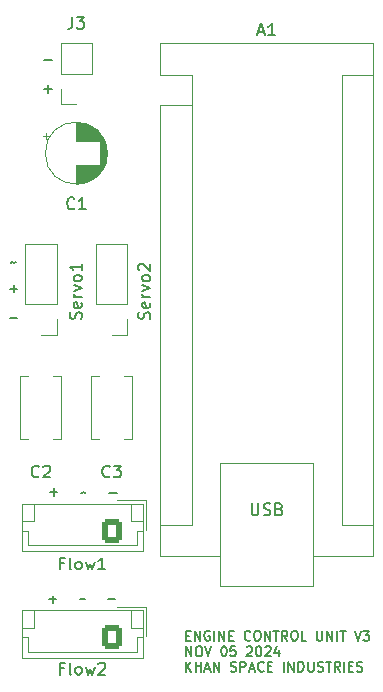
<source format=gto>
G04 #@! TF.GenerationSoftware,KiCad,Pcbnew,8.0.4*
G04 #@! TF.CreationDate,2024-11-05T19:38:06-08:00*
G04 #@! TF.ProjectId,Engine Control Unit,456e6769-6e65-4204-936f-6e74726f6c20,rev?*
G04 #@! TF.SameCoordinates,Original*
G04 #@! TF.FileFunction,Legend,Top*
G04 #@! TF.FilePolarity,Positive*
%FSLAX46Y46*%
G04 Gerber Fmt 4.6, Leading zero omitted, Abs format (unit mm)*
G04 Created by KiCad (PCBNEW 8.0.4) date 2024-11-05 19:38:06*
%MOMM*%
%LPD*%
G01*
G04 APERTURE LIST*
G04 Aperture macros list*
%AMRoundRect*
0 Rectangle with rounded corners*
0 $1 Rounding radius*
0 $2 $3 $4 $5 $6 $7 $8 $9 X,Y pos of 4 corners*
0 Add a 4 corners polygon primitive as box body*
4,1,4,$2,$3,$4,$5,$6,$7,$8,$9,$2,$3,0*
0 Add four circle primitives for the rounded corners*
1,1,$1+$1,$2,$3*
1,1,$1+$1,$4,$5*
1,1,$1+$1,$6,$7*
1,1,$1+$1,$8,$9*
0 Add four rect primitives between the rounded corners*
20,1,$1+$1,$2,$3,$4,$5,0*
20,1,$1+$1,$4,$5,$6,$7,0*
20,1,$1+$1,$6,$7,$8,$9,0*
20,1,$1+$1,$8,$9,$2,$3,0*%
G04 Aperture macros list end*
%ADD10C,0.152400*%
%ADD11C,0.150000*%
%ADD12C,0.120000*%
%ADD13R,1.700000X1.700000*%
%ADD14O,1.700000X1.700000*%
%ADD15C,1.600000*%
%ADD16R,1.600000X1.600000*%
%ADD17RoundRect,0.250000X0.600000X0.725000X-0.600000X0.725000X-0.600000X-0.725000X0.600000X-0.725000X0*%
%ADD18O,1.700000X1.950000*%
%ADD19O,1.600000X1.600000*%
G04 APERTURE END LIST*
D10*
X134793786Y-115782965D02*
X135413063Y-115782965D01*
X129293786Y-79082965D02*
X129913063Y-79082965D01*
X132822327Y-115717034D02*
X132783622Y-115755739D01*
X132783622Y-115755739D02*
X132706213Y-115794443D01*
X132706213Y-115794443D02*
X132551394Y-115717034D01*
X132551394Y-115717034D02*
X132473984Y-115755739D01*
X132473984Y-115755739D02*
X132435279Y-115794443D01*
X129693786Y-124782965D02*
X130313063Y-124782965D01*
X130003424Y-125092603D02*
X130003424Y-124473327D01*
X126477672Y-96282965D02*
X126516377Y-96244260D01*
X126516377Y-96244260D02*
X126593786Y-96205556D01*
X126593786Y-96205556D02*
X126748605Y-96282965D01*
X126748605Y-96282965D02*
X126826015Y-96244260D01*
X126826015Y-96244260D02*
X126864720Y-96205556D01*
X126393786Y-98482965D02*
X127013063Y-98482965D01*
X126703424Y-98792603D02*
X126703424Y-98173327D01*
X126393786Y-100982965D02*
X127013063Y-100982965D01*
X129293786Y-81582965D02*
X129913063Y-81582965D01*
X129603424Y-81892603D02*
X129603424Y-81273327D01*
X132722327Y-124717034D02*
X132683622Y-124755739D01*
X132683622Y-124755739D02*
X132606213Y-124794443D01*
X132606213Y-124794443D02*
X132451394Y-124717034D01*
X132451394Y-124717034D02*
X132373984Y-124755739D01*
X132373984Y-124755739D02*
X132335279Y-124794443D01*
X129793786Y-115682965D02*
X130413063Y-115682965D01*
X130103424Y-115992603D02*
X130103424Y-115373327D01*
X134693786Y-124782965D02*
X135313063Y-124782965D01*
X141293786Y-127849727D02*
X141564720Y-127849727D01*
X141680834Y-128275479D02*
X141293786Y-128275479D01*
X141293786Y-128275479D02*
X141293786Y-127462679D01*
X141293786Y-127462679D02*
X141680834Y-127462679D01*
X142029176Y-128275479D02*
X142029176Y-127462679D01*
X142029176Y-127462679D02*
X142493633Y-128275479D01*
X142493633Y-128275479D02*
X142493633Y-127462679D01*
X143306434Y-127501384D02*
X143229024Y-127462679D01*
X143229024Y-127462679D02*
X143112910Y-127462679D01*
X143112910Y-127462679D02*
X142996796Y-127501384D01*
X142996796Y-127501384D02*
X142919386Y-127578794D01*
X142919386Y-127578794D02*
X142880681Y-127656203D01*
X142880681Y-127656203D02*
X142841977Y-127811022D01*
X142841977Y-127811022D02*
X142841977Y-127927136D01*
X142841977Y-127927136D02*
X142880681Y-128081955D01*
X142880681Y-128081955D02*
X142919386Y-128159365D01*
X142919386Y-128159365D02*
X142996796Y-128236775D01*
X142996796Y-128236775D02*
X143112910Y-128275479D01*
X143112910Y-128275479D02*
X143190319Y-128275479D01*
X143190319Y-128275479D02*
X143306434Y-128236775D01*
X143306434Y-128236775D02*
X143345138Y-128198070D01*
X143345138Y-128198070D02*
X143345138Y-127927136D01*
X143345138Y-127927136D02*
X143190319Y-127927136D01*
X143693481Y-128275479D02*
X143693481Y-127462679D01*
X144080529Y-128275479D02*
X144080529Y-127462679D01*
X144080529Y-127462679D02*
X144544986Y-128275479D01*
X144544986Y-128275479D02*
X144544986Y-127462679D01*
X144932034Y-127849727D02*
X145202968Y-127849727D01*
X145319082Y-128275479D02*
X144932034Y-128275479D01*
X144932034Y-128275479D02*
X144932034Y-127462679D01*
X144932034Y-127462679D02*
X145319082Y-127462679D01*
X146751157Y-128198070D02*
X146712453Y-128236775D01*
X146712453Y-128236775D02*
X146596338Y-128275479D01*
X146596338Y-128275479D02*
X146518929Y-128275479D01*
X146518929Y-128275479D02*
X146402815Y-128236775D01*
X146402815Y-128236775D02*
X146325405Y-128159365D01*
X146325405Y-128159365D02*
X146286700Y-128081955D01*
X146286700Y-128081955D02*
X146247996Y-127927136D01*
X146247996Y-127927136D02*
X146247996Y-127811022D01*
X146247996Y-127811022D02*
X146286700Y-127656203D01*
X146286700Y-127656203D02*
X146325405Y-127578794D01*
X146325405Y-127578794D02*
X146402815Y-127501384D01*
X146402815Y-127501384D02*
X146518929Y-127462679D01*
X146518929Y-127462679D02*
X146596338Y-127462679D01*
X146596338Y-127462679D02*
X146712453Y-127501384D01*
X146712453Y-127501384D02*
X146751157Y-127540089D01*
X147254319Y-127462679D02*
X147409138Y-127462679D01*
X147409138Y-127462679D02*
X147486548Y-127501384D01*
X147486548Y-127501384D02*
X147563957Y-127578794D01*
X147563957Y-127578794D02*
X147602662Y-127733613D01*
X147602662Y-127733613D02*
X147602662Y-128004546D01*
X147602662Y-128004546D02*
X147563957Y-128159365D01*
X147563957Y-128159365D02*
X147486548Y-128236775D01*
X147486548Y-128236775D02*
X147409138Y-128275479D01*
X147409138Y-128275479D02*
X147254319Y-128275479D01*
X147254319Y-128275479D02*
X147176910Y-128236775D01*
X147176910Y-128236775D02*
X147099500Y-128159365D01*
X147099500Y-128159365D02*
X147060796Y-128004546D01*
X147060796Y-128004546D02*
X147060796Y-127733613D01*
X147060796Y-127733613D02*
X147099500Y-127578794D01*
X147099500Y-127578794D02*
X147176910Y-127501384D01*
X147176910Y-127501384D02*
X147254319Y-127462679D01*
X147951005Y-128275479D02*
X147951005Y-127462679D01*
X147951005Y-127462679D02*
X148415462Y-128275479D01*
X148415462Y-128275479D02*
X148415462Y-127462679D01*
X148686396Y-127462679D02*
X149150853Y-127462679D01*
X148918625Y-128275479D02*
X148918625Y-127462679D01*
X149886243Y-128275479D02*
X149615310Y-127888432D01*
X149421786Y-128275479D02*
X149421786Y-127462679D01*
X149421786Y-127462679D02*
X149731424Y-127462679D01*
X149731424Y-127462679D02*
X149808834Y-127501384D01*
X149808834Y-127501384D02*
X149847539Y-127540089D01*
X149847539Y-127540089D02*
X149886243Y-127617498D01*
X149886243Y-127617498D02*
X149886243Y-127733613D01*
X149886243Y-127733613D02*
X149847539Y-127811022D01*
X149847539Y-127811022D02*
X149808834Y-127849727D01*
X149808834Y-127849727D02*
X149731424Y-127888432D01*
X149731424Y-127888432D02*
X149421786Y-127888432D01*
X150389405Y-127462679D02*
X150544224Y-127462679D01*
X150544224Y-127462679D02*
X150621634Y-127501384D01*
X150621634Y-127501384D02*
X150699043Y-127578794D01*
X150699043Y-127578794D02*
X150737748Y-127733613D01*
X150737748Y-127733613D02*
X150737748Y-128004546D01*
X150737748Y-128004546D02*
X150699043Y-128159365D01*
X150699043Y-128159365D02*
X150621634Y-128236775D01*
X150621634Y-128236775D02*
X150544224Y-128275479D01*
X150544224Y-128275479D02*
X150389405Y-128275479D01*
X150389405Y-128275479D02*
X150311996Y-128236775D01*
X150311996Y-128236775D02*
X150234586Y-128159365D01*
X150234586Y-128159365D02*
X150195882Y-128004546D01*
X150195882Y-128004546D02*
X150195882Y-127733613D01*
X150195882Y-127733613D02*
X150234586Y-127578794D01*
X150234586Y-127578794D02*
X150311996Y-127501384D01*
X150311996Y-127501384D02*
X150389405Y-127462679D01*
X151473139Y-128275479D02*
X151086091Y-128275479D01*
X151086091Y-128275479D02*
X151086091Y-127462679D01*
X152363348Y-127462679D02*
X152363348Y-128120660D01*
X152363348Y-128120660D02*
X152402053Y-128198070D01*
X152402053Y-128198070D02*
X152440758Y-128236775D01*
X152440758Y-128236775D02*
X152518167Y-128275479D01*
X152518167Y-128275479D02*
X152672986Y-128275479D01*
X152672986Y-128275479D02*
X152750396Y-128236775D01*
X152750396Y-128236775D02*
X152789101Y-128198070D01*
X152789101Y-128198070D02*
X152827805Y-128120660D01*
X152827805Y-128120660D02*
X152827805Y-127462679D01*
X153214853Y-128275479D02*
X153214853Y-127462679D01*
X153214853Y-127462679D02*
X153679310Y-128275479D01*
X153679310Y-128275479D02*
X153679310Y-127462679D01*
X154066358Y-128275479D02*
X154066358Y-127462679D01*
X154337292Y-127462679D02*
X154801749Y-127462679D01*
X154569521Y-128275479D02*
X154569521Y-127462679D01*
X155575844Y-127462679D02*
X155846777Y-128275479D01*
X155846777Y-128275479D02*
X156117711Y-127462679D01*
X156311235Y-127462679D02*
X156814397Y-127462679D01*
X156814397Y-127462679D02*
X156543463Y-127772317D01*
X156543463Y-127772317D02*
X156659578Y-127772317D01*
X156659578Y-127772317D02*
X156736987Y-127811022D01*
X156736987Y-127811022D02*
X156775692Y-127849727D01*
X156775692Y-127849727D02*
X156814397Y-127927136D01*
X156814397Y-127927136D02*
X156814397Y-128120660D01*
X156814397Y-128120660D02*
X156775692Y-128198070D01*
X156775692Y-128198070D02*
X156736987Y-128236775D01*
X156736987Y-128236775D02*
X156659578Y-128275479D01*
X156659578Y-128275479D02*
X156427349Y-128275479D01*
X156427349Y-128275479D02*
X156349940Y-128236775D01*
X156349940Y-128236775D02*
X156311235Y-128198070D01*
X141293786Y-129584041D02*
X141293786Y-128771241D01*
X141293786Y-128771241D02*
X141758243Y-129584041D01*
X141758243Y-129584041D02*
X141758243Y-128771241D01*
X142300110Y-128771241D02*
X142454929Y-128771241D01*
X142454929Y-128771241D02*
X142532339Y-128809946D01*
X142532339Y-128809946D02*
X142609748Y-128887356D01*
X142609748Y-128887356D02*
X142648453Y-129042175D01*
X142648453Y-129042175D02*
X142648453Y-129313108D01*
X142648453Y-129313108D02*
X142609748Y-129467927D01*
X142609748Y-129467927D02*
X142532339Y-129545337D01*
X142532339Y-129545337D02*
X142454929Y-129584041D01*
X142454929Y-129584041D02*
X142300110Y-129584041D01*
X142300110Y-129584041D02*
X142222701Y-129545337D01*
X142222701Y-129545337D02*
X142145291Y-129467927D01*
X142145291Y-129467927D02*
X142106587Y-129313108D01*
X142106587Y-129313108D02*
X142106587Y-129042175D01*
X142106587Y-129042175D02*
X142145291Y-128887356D01*
X142145291Y-128887356D02*
X142222701Y-128809946D01*
X142222701Y-128809946D02*
X142300110Y-128771241D01*
X142880682Y-128771241D02*
X143151615Y-129584041D01*
X143151615Y-129584041D02*
X143422549Y-128771241D01*
X144467577Y-128771241D02*
X144544987Y-128771241D01*
X144544987Y-128771241D02*
X144622396Y-128809946D01*
X144622396Y-128809946D02*
X144661101Y-128848651D01*
X144661101Y-128848651D02*
X144699806Y-128926060D01*
X144699806Y-128926060D02*
X144738511Y-129080879D01*
X144738511Y-129080879D02*
X144738511Y-129274403D01*
X144738511Y-129274403D02*
X144699806Y-129429222D01*
X144699806Y-129429222D02*
X144661101Y-129506632D01*
X144661101Y-129506632D02*
X144622396Y-129545337D01*
X144622396Y-129545337D02*
X144544987Y-129584041D01*
X144544987Y-129584041D02*
X144467577Y-129584041D01*
X144467577Y-129584041D02*
X144390168Y-129545337D01*
X144390168Y-129545337D02*
X144351463Y-129506632D01*
X144351463Y-129506632D02*
X144312758Y-129429222D01*
X144312758Y-129429222D02*
X144274054Y-129274403D01*
X144274054Y-129274403D02*
X144274054Y-129080879D01*
X144274054Y-129080879D02*
X144312758Y-128926060D01*
X144312758Y-128926060D02*
X144351463Y-128848651D01*
X144351463Y-128848651D02*
X144390168Y-128809946D01*
X144390168Y-128809946D02*
X144467577Y-128771241D01*
X145473901Y-128771241D02*
X145086853Y-128771241D01*
X145086853Y-128771241D02*
X145048149Y-129158289D01*
X145048149Y-129158289D02*
X145086853Y-129119584D01*
X145086853Y-129119584D02*
X145164263Y-129080879D01*
X145164263Y-129080879D02*
X145357787Y-129080879D01*
X145357787Y-129080879D02*
X145435196Y-129119584D01*
X145435196Y-129119584D02*
X145473901Y-129158289D01*
X145473901Y-129158289D02*
X145512606Y-129235698D01*
X145512606Y-129235698D02*
X145512606Y-129429222D01*
X145512606Y-129429222D02*
X145473901Y-129506632D01*
X145473901Y-129506632D02*
X145435196Y-129545337D01*
X145435196Y-129545337D02*
X145357787Y-129584041D01*
X145357787Y-129584041D02*
X145164263Y-129584041D01*
X145164263Y-129584041D02*
X145086853Y-129545337D01*
X145086853Y-129545337D02*
X145048149Y-129506632D01*
X146441520Y-128848651D02*
X146480224Y-128809946D01*
X146480224Y-128809946D02*
X146557634Y-128771241D01*
X146557634Y-128771241D02*
X146751158Y-128771241D01*
X146751158Y-128771241D02*
X146828567Y-128809946D01*
X146828567Y-128809946D02*
X146867272Y-128848651D01*
X146867272Y-128848651D02*
X146905977Y-128926060D01*
X146905977Y-128926060D02*
X146905977Y-129003470D01*
X146905977Y-129003470D02*
X146867272Y-129119584D01*
X146867272Y-129119584D02*
X146402815Y-129584041D01*
X146402815Y-129584041D02*
X146905977Y-129584041D01*
X147409138Y-128771241D02*
X147486548Y-128771241D01*
X147486548Y-128771241D02*
X147563957Y-128809946D01*
X147563957Y-128809946D02*
X147602662Y-128848651D01*
X147602662Y-128848651D02*
X147641367Y-128926060D01*
X147641367Y-128926060D02*
X147680072Y-129080879D01*
X147680072Y-129080879D02*
X147680072Y-129274403D01*
X147680072Y-129274403D02*
X147641367Y-129429222D01*
X147641367Y-129429222D02*
X147602662Y-129506632D01*
X147602662Y-129506632D02*
X147563957Y-129545337D01*
X147563957Y-129545337D02*
X147486548Y-129584041D01*
X147486548Y-129584041D02*
X147409138Y-129584041D01*
X147409138Y-129584041D02*
X147331729Y-129545337D01*
X147331729Y-129545337D02*
X147293024Y-129506632D01*
X147293024Y-129506632D02*
X147254319Y-129429222D01*
X147254319Y-129429222D02*
X147215615Y-129274403D01*
X147215615Y-129274403D02*
X147215615Y-129080879D01*
X147215615Y-129080879D02*
X147254319Y-128926060D01*
X147254319Y-128926060D02*
X147293024Y-128848651D01*
X147293024Y-128848651D02*
X147331729Y-128809946D01*
X147331729Y-128809946D02*
X147409138Y-128771241D01*
X147989710Y-128848651D02*
X148028414Y-128809946D01*
X148028414Y-128809946D02*
X148105824Y-128771241D01*
X148105824Y-128771241D02*
X148299348Y-128771241D01*
X148299348Y-128771241D02*
X148376757Y-128809946D01*
X148376757Y-128809946D02*
X148415462Y-128848651D01*
X148415462Y-128848651D02*
X148454167Y-128926060D01*
X148454167Y-128926060D02*
X148454167Y-129003470D01*
X148454167Y-129003470D02*
X148415462Y-129119584D01*
X148415462Y-129119584D02*
X147951005Y-129584041D01*
X147951005Y-129584041D02*
X148454167Y-129584041D01*
X149150852Y-129042175D02*
X149150852Y-129584041D01*
X148957328Y-128732537D02*
X148763805Y-129313108D01*
X148763805Y-129313108D02*
X149266966Y-129313108D01*
X141293786Y-130892603D02*
X141293786Y-130079803D01*
X141758243Y-130892603D02*
X141409901Y-130428146D01*
X141758243Y-130079803D02*
X141293786Y-130544260D01*
X142106586Y-130892603D02*
X142106586Y-130079803D01*
X142106586Y-130466851D02*
X142571043Y-130466851D01*
X142571043Y-130892603D02*
X142571043Y-130079803D01*
X142919387Y-130660375D02*
X143306434Y-130660375D01*
X142841977Y-130892603D02*
X143112910Y-130079803D01*
X143112910Y-130079803D02*
X143383844Y-130892603D01*
X143654777Y-130892603D02*
X143654777Y-130079803D01*
X143654777Y-130079803D02*
X144119234Y-130892603D01*
X144119234Y-130892603D02*
X144119234Y-130079803D01*
X145086854Y-130853899D02*
X145202968Y-130892603D01*
X145202968Y-130892603D02*
X145396492Y-130892603D01*
X145396492Y-130892603D02*
X145473901Y-130853899D01*
X145473901Y-130853899D02*
X145512606Y-130815194D01*
X145512606Y-130815194D02*
X145551311Y-130737784D01*
X145551311Y-130737784D02*
X145551311Y-130660375D01*
X145551311Y-130660375D02*
X145512606Y-130582965D01*
X145512606Y-130582965D02*
X145473901Y-130544260D01*
X145473901Y-130544260D02*
X145396492Y-130505556D01*
X145396492Y-130505556D02*
X145241673Y-130466851D01*
X145241673Y-130466851D02*
X145164263Y-130428146D01*
X145164263Y-130428146D02*
X145125558Y-130389441D01*
X145125558Y-130389441D02*
X145086854Y-130312032D01*
X145086854Y-130312032D02*
X145086854Y-130234622D01*
X145086854Y-130234622D02*
X145125558Y-130157213D01*
X145125558Y-130157213D02*
X145164263Y-130118508D01*
X145164263Y-130118508D02*
X145241673Y-130079803D01*
X145241673Y-130079803D02*
X145435196Y-130079803D01*
X145435196Y-130079803D02*
X145551311Y-130118508D01*
X145899653Y-130892603D02*
X145899653Y-130079803D01*
X145899653Y-130079803D02*
X146209291Y-130079803D01*
X146209291Y-130079803D02*
X146286701Y-130118508D01*
X146286701Y-130118508D02*
X146325406Y-130157213D01*
X146325406Y-130157213D02*
X146364110Y-130234622D01*
X146364110Y-130234622D02*
X146364110Y-130350737D01*
X146364110Y-130350737D02*
X146325406Y-130428146D01*
X146325406Y-130428146D02*
X146286701Y-130466851D01*
X146286701Y-130466851D02*
X146209291Y-130505556D01*
X146209291Y-130505556D02*
X145899653Y-130505556D01*
X146673749Y-130660375D02*
X147060796Y-130660375D01*
X146596339Y-130892603D02*
X146867272Y-130079803D01*
X146867272Y-130079803D02*
X147138206Y-130892603D01*
X147873596Y-130815194D02*
X147834892Y-130853899D01*
X147834892Y-130853899D02*
X147718777Y-130892603D01*
X147718777Y-130892603D02*
X147641368Y-130892603D01*
X147641368Y-130892603D02*
X147525254Y-130853899D01*
X147525254Y-130853899D02*
X147447844Y-130776489D01*
X147447844Y-130776489D02*
X147409139Y-130699079D01*
X147409139Y-130699079D02*
X147370435Y-130544260D01*
X147370435Y-130544260D02*
X147370435Y-130428146D01*
X147370435Y-130428146D02*
X147409139Y-130273327D01*
X147409139Y-130273327D02*
X147447844Y-130195918D01*
X147447844Y-130195918D02*
X147525254Y-130118508D01*
X147525254Y-130118508D02*
X147641368Y-130079803D01*
X147641368Y-130079803D02*
X147718777Y-130079803D01*
X147718777Y-130079803D02*
X147834892Y-130118508D01*
X147834892Y-130118508D02*
X147873596Y-130157213D01*
X148221939Y-130466851D02*
X148492873Y-130466851D01*
X148608987Y-130892603D02*
X148221939Y-130892603D01*
X148221939Y-130892603D02*
X148221939Y-130079803D01*
X148221939Y-130079803D02*
X148608987Y-130079803D01*
X149576605Y-130892603D02*
X149576605Y-130079803D01*
X149963653Y-130892603D02*
X149963653Y-130079803D01*
X149963653Y-130079803D02*
X150428110Y-130892603D01*
X150428110Y-130892603D02*
X150428110Y-130079803D01*
X150815158Y-130892603D02*
X150815158Y-130079803D01*
X150815158Y-130079803D02*
X151008682Y-130079803D01*
X151008682Y-130079803D02*
X151124796Y-130118508D01*
X151124796Y-130118508D02*
X151202206Y-130195918D01*
X151202206Y-130195918D02*
X151240911Y-130273327D01*
X151240911Y-130273327D02*
X151279615Y-130428146D01*
X151279615Y-130428146D02*
X151279615Y-130544260D01*
X151279615Y-130544260D02*
X151240911Y-130699079D01*
X151240911Y-130699079D02*
X151202206Y-130776489D01*
X151202206Y-130776489D02*
X151124796Y-130853899D01*
X151124796Y-130853899D02*
X151008682Y-130892603D01*
X151008682Y-130892603D02*
X150815158Y-130892603D01*
X151627958Y-130079803D02*
X151627958Y-130737784D01*
X151627958Y-130737784D02*
X151666663Y-130815194D01*
X151666663Y-130815194D02*
X151705368Y-130853899D01*
X151705368Y-130853899D02*
X151782777Y-130892603D01*
X151782777Y-130892603D02*
X151937596Y-130892603D01*
X151937596Y-130892603D02*
X152015006Y-130853899D01*
X152015006Y-130853899D02*
X152053711Y-130815194D01*
X152053711Y-130815194D02*
X152092415Y-130737784D01*
X152092415Y-130737784D02*
X152092415Y-130079803D01*
X152440759Y-130853899D02*
X152556873Y-130892603D01*
X152556873Y-130892603D02*
X152750397Y-130892603D01*
X152750397Y-130892603D02*
X152827806Y-130853899D01*
X152827806Y-130853899D02*
X152866511Y-130815194D01*
X152866511Y-130815194D02*
X152905216Y-130737784D01*
X152905216Y-130737784D02*
X152905216Y-130660375D01*
X152905216Y-130660375D02*
X152866511Y-130582965D01*
X152866511Y-130582965D02*
X152827806Y-130544260D01*
X152827806Y-130544260D02*
X152750397Y-130505556D01*
X152750397Y-130505556D02*
X152595578Y-130466851D01*
X152595578Y-130466851D02*
X152518168Y-130428146D01*
X152518168Y-130428146D02*
X152479463Y-130389441D01*
X152479463Y-130389441D02*
X152440759Y-130312032D01*
X152440759Y-130312032D02*
X152440759Y-130234622D01*
X152440759Y-130234622D02*
X152479463Y-130157213D01*
X152479463Y-130157213D02*
X152518168Y-130118508D01*
X152518168Y-130118508D02*
X152595578Y-130079803D01*
X152595578Y-130079803D02*
X152789101Y-130079803D01*
X152789101Y-130079803D02*
X152905216Y-130118508D01*
X153137444Y-130079803D02*
X153601901Y-130079803D01*
X153369673Y-130892603D02*
X153369673Y-130079803D01*
X154337291Y-130892603D02*
X154066358Y-130505556D01*
X153872834Y-130892603D02*
X153872834Y-130079803D01*
X153872834Y-130079803D02*
X154182472Y-130079803D01*
X154182472Y-130079803D02*
X154259882Y-130118508D01*
X154259882Y-130118508D02*
X154298587Y-130157213D01*
X154298587Y-130157213D02*
X154337291Y-130234622D01*
X154337291Y-130234622D02*
X154337291Y-130350737D01*
X154337291Y-130350737D02*
X154298587Y-130428146D01*
X154298587Y-130428146D02*
X154259882Y-130466851D01*
X154259882Y-130466851D02*
X154182472Y-130505556D01*
X154182472Y-130505556D02*
X153872834Y-130505556D01*
X154685634Y-130892603D02*
X154685634Y-130079803D01*
X155072682Y-130466851D02*
X155343616Y-130466851D01*
X155459730Y-130892603D02*
X155072682Y-130892603D01*
X155072682Y-130892603D02*
X155072682Y-130079803D01*
X155072682Y-130079803D02*
X155459730Y-130079803D01*
X155769368Y-130853899D02*
X155885482Y-130892603D01*
X155885482Y-130892603D02*
X156079006Y-130892603D01*
X156079006Y-130892603D02*
X156156415Y-130853899D01*
X156156415Y-130853899D02*
X156195120Y-130815194D01*
X156195120Y-130815194D02*
X156233825Y-130737784D01*
X156233825Y-130737784D02*
X156233825Y-130660375D01*
X156233825Y-130660375D02*
X156195120Y-130582965D01*
X156195120Y-130582965D02*
X156156415Y-130544260D01*
X156156415Y-130544260D02*
X156079006Y-130505556D01*
X156079006Y-130505556D02*
X155924187Y-130466851D01*
X155924187Y-130466851D02*
X155846777Y-130428146D01*
X155846777Y-130428146D02*
X155808072Y-130389441D01*
X155808072Y-130389441D02*
X155769368Y-130312032D01*
X155769368Y-130312032D02*
X155769368Y-130234622D01*
X155769368Y-130234622D02*
X155808072Y-130157213D01*
X155808072Y-130157213D02*
X155846777Y-130118508D01*
X155846777Y-130118508D02*
X155924187Y-130079803D01*
X155924187Y-130079803D02*
X156117710Y-130079803D01*
X156117710Y-130079803D02*
X156233825Y-130118508D01*
D11*
X132407200Y-101033333D02*
X132454819Y-100890476D01*
X132454819Y-100890476D02*
X132454819Y-100652381D01*
X132454819Y-100652381D02*
X132407200Y-100557143D01*
X132407200Y-100557143D02*
X132359580Y-100509524D01*
X132359580Y-100509524D02*
X132264342Y-100461905D01*
X132264342Y-100461905D02*
X132169104Y-100461905D01*
X132169104Y-100461905D02*
X132073866Y-100509524D01*
X132073866Y-100509524D02*
X132026247Y-100557143D01*
X132026247Y-100557143D02*
X131978628Y-100652381D01*
X131978628Y-100652381D02*
X131931009Y-100842857D01*
X131931009Y-100842857D02*
X131883390Y-100938095D01*
X131883390Y-100938095D02*
X131835771Y-100985714D01*
X131835771Y-100985714D02*
X131740533Y-101033333D01*
X131740533Y-101033333D02*
X131645295Y-101033333D01*
X131645295Y-101033333D02*
X131550057Y-100985714D01*
X131550057Y-100985714D02*
X131502438Y-100938095D01*
X131502438Y-100938095D02*
X131454819Y-100842857D01*
X131454819Y-100842857D02*
X131454819Y-100604762D01*
X131454819Y-100604762D02*
X131502438Y-100461905D01*
X132407200Y-99652381D02*
X132454819Y-99747619D01*
X132454819Y-99747619D02*
X132454819Y-99938095D01*
X132454819Y-99938095D02*
X132407200Y-100033333D01*
X132407200Y-100033333D02*
X132311961Y-100080952D01*
X132311961Y-100080952D02*
X131931009Y-100080952D01*
X131931009Y-100080952D02*
X131835771Y-100033333D01*
X131835771Y-100033333D02*
X131788152Y-99938095D01*
X131788152Y-99938095D02*
X131788152Y-99747619D01*
X131788152Y-99747619D02*
X131835771Y-99652381D01*
X131835771Y-99652381D02*
X131931009Y-99604762D01*
X131931009Y-99604762D02*
X132026247Y-99604762D01*
X132026247Y-99604762D02*
X132121485Y-100080952D01*
X132454819Y-99176190D02*
X131788152Y-99176190D01*
X131978628Y-99176190D02*
X131883390Y-99128571D01*
X131883390Y-99128571D02*
X131835771Y-99080952D01*
X131835771Y-99080952D02*
X131788152Y-98985714D01*
X131788152Y-98985714D02*
X131788152Y-98890476D01*
X131788152Y-98652380D02*
X132454819Y-98414285D01*
X132454819Y-98414285D02*
X131788152Y-98176190D01*
X132454819Y-97652380D02*
X132407200Y-97747618D01*
X132407200Y-97747618D02*
X132359580Y-97795237D01*
X132359580Y-97795237D02*
X132264342Y-97842856D01*
X132264342Y-97842856D02*
X131978628Y-97842856D01*
X131978628Y-97842856D02*
X131883390Y-97795237D01*
X131883390Y-97795237D02*
X131835771Y-97747618D01*
X131835771Y-97747618D02*
X131788152Y-97652380D01*
X131788152Y-97652380D02*
X131788152Y-97509523D01*
X131788152Y-97509523D02*
X131835771Y-97414285D01*
X131835771Y-97414285D02*
X131883390Y-97366666D01*
X131883390Y-97366666D02*
X131978628Y-97319047D01*
X131978628Y-97319047D02*
X132264342Y-97319047D01*
X132264342Y-97319047D02*
X132359580Y-97366666D01*
X132359580Y-97366666D02*
X132407200Y-97414285D01*
X132407200Y-97414285D02*
X132454819Y-97509523D01*
X132454819Y-97509523D02*
X132454819Y-97652380D01*
X132454819Y-96366666D02*
X132454819Y-96938094D01*
X132454819Y-96652380D02*
X131454819Y-96652380D01*
X131454819Y-96652380D02*
X131597676Y-96747618D01*
X131597676Y-96747618D02*
X131692914Y-96842856D01*
X131692914Y-96842856D02*
X131740533Y-96938094D01*
X134833333Y-114359580D02*
X134785714Y-114407200D01*
X134785714Y-114407200D02*
X134642857Y-114454819D01*
X134642857Y-114454819D02*
X134547619Y-114454819D01*
X134547619Y-114454819D02*
X134404762Y-114407200D01*
X134404762Y-114407200D02*
X134309524Y-114311961D01*
X134309524Y-114311961D02*
X134261905Y-114216723D01*
X134261905Y-114216723D02*
X134214286Y-114026247D01*
X134214286Y-114026247D02*
X134214286Y-113883390D01*
X134214286Y-113883390D02*
X134261905Y-113692914D01*
X134261905Y-113692914D02*
X134309524Y-113597676D01*
X134309524Y-113597676D02*
X134404762Y-113502438D01*
X134404762Y-113502438D02*
X134547619Y-113454819D01*
X134547619Y-113454819D02*
X134642857Y-113454819D01*
X134642857Y-113454819D02*
X134785714Y-113502438D01*
X134785714Y-113502438D02*
X134833333Y-113550057D01*
X135166667Y-113454819D02*
X135785714Y-113454819D01*
X135785714Y-113454819D02*
X135452381Y-113835771D01*
X135452381Y-113835771D02*
X135595238Y-113835771D01*
X135595238Y-113835771D02*
X135690476Y-113883390D01*
X135690476Y-113883390D02*
X135738095Y-113931009D01*
X135738095Y-113931009D02*
X135785714Y-114026247D01*
X135785714Y-114026247D02*
X135785714Y-114264342D01*
X135785714Y-114264342D02*
X135738095Y-114359580D01*
X135738095Y-114359580D02*
X135690476Y-114407200D01*
X135690476Y-114407200D02*
X135595238Y-114454819D01*
X135595238Y-114454819D02*
X135309524Y-114454819D01*
X135309524Y-114454819D02*
X135214286Y-114407200D01*
X135214286Y-114407200D02*
X135166667Y-114359580D01*
X131833333Y-91659580D02*
X131785714Y-91707200D01*
X131785714Y-91707200D02*
X131642857Y-91754819D01*
X131642857Y-91754819D02*
X131547619Y-91754819D01*
X131547619Y-91754819D02*
X131404762Y-91707200D01*
X131404762Y-91707200D02*
X131309524Y-91611961D01*
X131309524Y-91611961D02*
X131261905Y-91516723D01*
X131261905Y-91516723D02*
X131214286Y-91326247D01*
X131214286Y-91326247D02*
X131214286Y-91183390D01*
X131214286Y-91183390D02*
X131261905Y-90992914D01*
X131261905Y-90992914D02*
X131309524Y-90897676D01*
X131309524Y-90897676D02*
X131404762Y-90802438D01*
X131404762Y-90802438D02*
X131547619Y-90754819D01*
X131547619Y-90754819D02*
X131642857Y-90754819D01*
X131642857Y-90754819D02*
X131785714Y-90802438D01*
X131785714Y-90802438D02*
X131833333Y-90850057D01*
X132785714Y-91754819D02*
X132214286Y-91754819D01*
X132500000Y-91754819D02*
X132500000Y-90754819D01*
X132500000Y-90754819D02*
X132404762Y-90897676D01*
X132404762Y-90897676D02*
X132309524Y-90992914D01*
X132309524Y-90992914D02*
X132214286Y-91040533D01*
X130928571Y-121731009D02*
X130595238Y-121731009D01*
X130595238Y-122254819D02*
X130595238Y-121254819D01*
X130595238Y-121254819D02*
X131071428Y-121254819D01*
X131595238Y-122254819D02*
X131500000Y-122207200D01*
X131500000Y-122207200D02*
X131452381Y-122111961D01*
X131452381Y-122111961D02*
X131452381Y-121254819D01*
X132119048Y-122254819D02*
X132023810Y-122207200D01*
X132023810Y-122207200D02*
X131976191Y-122159580D01*
X131976191Y-122159580D02*
X131928572Y-122064342D01*
X131928572Y-122064342D02*
X131928572Y-121778628D01*
X131928572Y-121778628D02*
X131976191Y-121683390D01*
X131976191Y-121683390D02*
X132023810Y-121635771D01*
X132023810Y-121635771D02*
X132119048Y-121588152D01*
X132119048Y-121588152D02*
X132261905Y-121588152D01*
X132261905Y-121588152D02*
X132357143Y-121635771D01*
X132357143Y-121635771D02*
X132404762Y-121683390D01*
X132404762Y-121683390D02*
X132452381Y-121778628D01*
X132452381Y-121778628D02*
X132452381Y-122064342D01*
X132452381Y-122064342D02*
X132404762Y-122159580D01*
X132404762Y-122159580D02*
X132357143Y-122207200D01*
X132357143Y-122207200D02*
X132261905Y-122254819D01*
X132261905Y-122254819D02*
X132119048Y-122254819D01*
X132785715Y-121588152D02*
X132976191Y-122254819D01*
X132976191Y-122254819D02*
X133166667Y-121778628D01*
X133166667Y-121778628D02*
X133357143Y-122254819D01*
X133357143Y-122254819D02*
X133547619Y-121588152D01*
X134452381Y-122254819D02*
X133880953Y-122254819D01*
X134166667Y-122254819D02*
X134166667Y-121254819D01*
X134166667Y-121254819D02*
X134071429Y-121397676D01*
X134071429Y-121397676D02*
X133976191Y-121492914D01*
X133976191Y-121492914D02*
X133880953Y-121540533D01*
X128833333Y-114359580D02*
X128785714Y-114407200D01*
X128785714Y-114407200D02*
X128642857Y-114454819D01*
X128642857Y-114454819D02*
X128547619Y-114454819D01*
X128547619Y-114454819D02*
X128404762Y-114407200D01*
X128404762Y-114407200D02*
X128309524Y-114311961D01*
X128309524Y-114311961D02*
X128261905Y-114216723D01*
X128261905Y-114216723D02*
X128214286Y-114026247D01*
X128214286Y-114026247D02*
X128214286Y-113883390D01*
X128214286Y-113883390D02*
X128261905Y-113692914D01*
X128261905Y-113692914D02*
X128309524Y-113597676D01*
X128309524Y-113597676D02*
X128404762Y-113502438D01*
X128404762Y-113502438D02*
X128547619Y-113454819D01*
X128547619Y-113454819D02*
X128642857Y-113454819D01*
X128642857Y-113454819D02*
X128785714Y-113502438D01*
X128785714Y-113502438D02*
X128833333Y-113550057D01*
X129214286Y-113550057D02*
X129261905Y-113502438D01*
X129261905Y-113502438D02*
X129357143Y-113454819D01*
X129357143Y-113454819D02*
X129595238Y-113454819D01*
X129595238Y-113454819D02*
X129690476Y-113502438D01*
X129690476Y-113502438D02*
X129738095Y-113550057D01*
X129738095Y-113550057D02*
X129785714Y-113645295D01*
X129785714Y-113645295D02*
X129785714Y-113740533D01*
X129785714Y-113740533D02*
X129738095Y-113883390D01*
X129738095Y-113883390D02*
X129166667Y-114454819D01*
X129166667Y-114454819D02*
X129785714Y-114454819D01*
X138207200Y-101033333D02*
X138254819Y-100890476D01*
X138254819Y-100890476D02*
X138254819Y-100652381D01*
X138254819Y-100652381D02*
X138207200Y-100557143D01*
X138207200Y-100557143D02*
X138159580Y-100509524D01*
X138159580Y-100509524D02*
X138064342Y-100461905D01*
X138064342Y-100461905D02*
X137969104Y-100461905D01*
X137969104Y-100461905D02*
X137873866Y-100509524D01*
X137873866Y-100509524D02*
X137826247Y-100557143D01*
X137826247Y-100557143D02*
X137778628Y-100652381D01*
X137778628Y-100652381D02*
X137731009Y-100842857D01*
X137731009Y-100842857D02*
X137683390Y-100938095D01*
X137683390Y-100938095D02*
X137635771Y-100985714D01*
X137635771Y-100985714D02*
X137540533Y-101033333D01*
X137540533Y-101033333D02*
X137445295Y-101033333D01*
X137445295Y-101033333D02*
X137350057Y-100985714D01*
X137350057Y-100985714D02*
X137302438Y-100938095D01*
X137302438Y-100938095D02*
X137254819Y-100842857D01*
X137254819Y-100842857D02*
X137254819Y-100604762D01*
X137254819Y-100604762D02*
X137302438Y-100461905D01*
X138207200Y-99652381D02*
X138254819Y-99747619D01*
X138254819Y-99747619D02*
X138254819Y-99938095D01*
X138254819Y-99938095D02*
X138207200Y-100033333D01*
X138207200Y-100033333D02*
X138111961Y-100080952D01*
X138111961Y-100080952D02*
X137731009Y-100080952D01*
X137731009Y-100080952D02*
X137635771Y-100033333D01*
X137635771Y-100033333D02*
X137588152Y-99938095D01*
X137588152Y-99938095D02*
X137588152Y-99747619D01*
X137588152Y-99747619D02*
X137635771Y-99652381D01*
X137635771Y-99652381D02*
X137731009Y-99604762D01*
X137731009Y-99604762D02*
X137826247Y-99604762D01*
X137826247Y-99604762D02*
X137921485Y-100080952D01*
X138254819Y-99176190D02*
X137588152Y-99176190D01*
X137778628Y-99176190D02*
X137683390Y-99128571D01*
X137683390Y-99128571D02*
X137635771Y-99080952D01*
X137635771Y-99080952D02*
X137588152Y-98985714D01*
X137588152Y-98985714D02*
X137588152Y-98890476D01*
X137588152Y-98652380D02*
X138254819Y-98414285D01*
X138254819Y-98414285D02*
X137588152Y-98176190D01*
X138254819Y-97652380D02*
X138207200Y-97747618D01*
X138207200Y-97747618D02*
X138159580Y-97795237D01*
X138159580Y-97795237D02*
X138064342Y-97842856D01*
X138064342Y-97842856D02*
X137778628Y-97842856D01*
X137778628Y-97842856D02*
X137683390Y-97795237D01*
X137683390Y-97795237D02*
X137635771Y-97747618D01*
X137635771Y-97747618D02*
X137588152Y-97652380D01*
X137588152Y-97652380D02*
X137588152Y-97509523D01*
X137588152Y-97509523D02*
X137635771Y-97414285D01*
X137635771Y-97414285D02*
X137683390Y-97366666D01*
X137683390Y-97366666D02*
X137778628Y-97319047D01*
X137778628Y-97319047D02*
X138064342Y-97319047D01*
X138064342Y-97319047D02*
X138159580Y-97366666D01*
X138159580Y-97366666D02*
X138207200Y-97414285D01*
X138207200Y-97414285D02*
X138254819Y-97509523D01*
X138254819Y-97509523D02*
X138254819Y-97652380D01*
X137350057Y-96938094D02*
X137302438Y-96890475D01*
X137302438Y-96890475D02*
X137254819Y-96795237D01*
X137254819Y-96795237D02*
X137254819Y-96557142D01*
X137254819Y-96557142D02*
X137302438Y-96461904D01*
X137302438Y-96461904D02*
X137350057Y-96414285D01*
X137350057Y-96414285D02*
X137445295Y-96366666D01*
X137445295Y-96366666D02*
X137540533Y-96366666D01*
X137540533Y-96366666D02*
X137683390Y-96414285D01*
X137683390Y-96414285D02*
X138254819Y-96985713D01*
X138254819Y-96985713D02*
X138254819Y-96366666D01*
X130928571Y-130631009D02*
X130595238Y-130631009D01*
X130595238Y-131154819D02*
X130595238Y-130154819D01*
X130595238Y-130154819D02*
X131071428Y-130154819D01*
X131595238Y-131154819D02*
X131500000Y-131107200D01*
X131500000Y-131107200D02*
X131452381Y-131011961D01*
X131452381Y-131011961D02*
X131452381Y-130154819D01*
X132119048Y-131154819D02*
X132023810Y-131107200D01*
X132023810Y-131107200D02*
X131976191Y-131059580D01*
X131976191Y-131059580D02*
X131928572Y-130964342D01*
X131928572Y-130964342D02*
X131928572Y-130678628D01*
X131928572Y-130678628D02*
X131976191Y-130583390D01*
X131976191Y-130583390D02*
X132023810Y-130535771D01*
X132023810Y-130535771D02*
X132119048Y-130488152D01*
X132119048Y-130488152D02*
X132261905Y-130488152D01*
X132261905Y-130488152D02*
X132357143Y-130535771D01*
X132357143Y-130535771D02*
X132404762Y-130583390D01*
X132404762Y-130583390D02*
X132452381Y-130678628D01*
X132452381Y-130678628D02*
X132452381Y-130964342D01*
X132452381Y-130964342D02*
X132404762Y-131059580D01*
X132404762Y-131059580D02*
X132357143Y-131107200D01*
X132357143Y-131107200D02*
X132261905Y-131154819D01*
X132261905Y-131154819D02*
X132119048Y-131154819D01*
X132785715Y-130488152D02*
X132976191Y-131154819D01*
X132976191Y-131154819D02*
X133166667Y-130678628D01*
X133166667Y-130678628D02*
X133357143Y-131154819D01*
X133357143Y-131154819D02*
X133547619Y-130488152D01*
X133880953Y-130250057D02*
X133928572Y-130202438D01*
X133928572Y-130202438D02*
X134023810Y-130154819D01*
X134023810Y-130154819D02*
X134261905Y-130154819D01*
X134261905Y-130154819D02*
X134357143Y-130202438D01*
X134357143Y-130202438D02*
X134404762Y-130250057D01*
X134404762Y-130250057D02*
X134452381Y-130345295D01*
X134452381Y-130345295D02*
X134452381Y-130440533D01*
X134452381Y-130440533D02*
X134404762Y-130583390D01*
X134404762Y-130583390D02*
X133833334Y-131154819D01*
X133833334Y-131154819D02*
X134452381Y-131154819D01*
X147405714Y-76729104D02*
X147881904Y-76729104D01*
X147310476Y-77014819D02*
X147643809Y-76014819D01*
X147643809Y-76014819D02*
X147977142Y-77014819D01*
X148834285Y-77014819D02*
X148262857Y-77014819D01*
X148548571Y-77014819D02*
X148548571Y-76014819D01*
X148548571Y-76014819D02*
X148453333Y-76157676D01*
X148453333Y-76157676D02*
X148358095Y-76252914D01*
X148358095Y-76252914D02*
X148262857Y-76300533D01*
X146858095Y-116654819D02*
X146858095Y-117464342D01*
X146858095Y-117464342D02*
X146905714Y-117559580D01*
X146905714Y-117559580D02*
X146953333Y-117607200D01*
X146953333Y-117607200D02*
X147048571Y-117654819D01*
X147048571Y-117654819D02*
X147239047Y-117654819D01*
X147239047Y-117654819D02*
X147334285Y-117607200D01*
X147334285Y-117607200D02*
X147381904Y-117559580D01*
X147381904Y-117559580D02*
X147429523Y-117464342D01*
X147429523Y-117464342D02*
X147429523Y-116654819D01*
X147858095Y-117607200D02*
X148000952Y-117654819D01*
X148000952Y-117654819D02*
X148239047Y-117654819D01*
X148239047Y-117654819D02*
X148334285Y-117607200D01*
X148334285Y-117607200D02*
X148381904Y-117559580D01*
X148381904Y-117559580D02*
X148429523Y-117464342D01*
X148429523Y-117464342D02*
X148429523Y-117369104D01*
X148429523Y-117369104D02*
X148381904Y-117273866D01*
X148381904Y-117273866D02*
X148334285Y-117226247D01*
X148334285Y-117226247D02*
X148239047Y-117178628D01*
X148239047Y-117178628D02*
X148048571Y-117131009D01*
X148048571Y-117131009D02*
X147953333Y-117083390D01*
X147953333Y-117083390D02*
X147905714Y-117035771D01*
X147905714Y-117035771D02*
X147858095Y-116940533D01*
X147858095Y-116940533D02*
X147858095Y-116845295D01*
X147858095Y-116845295D02*
X147905714Y-116750057D01*
X147905714Y-116750057D02*
X147953333Y-116702438D01*
X147953333Y-116702438D02*
X148048571Y-116654819D01*
X148048571Y-116654819D02*
X148286666Y-116654819D01*
X148286666Y-116654819D02*
X148429523Y-116702438D01*
X149191428Y-117131009D02*
X149334285Y-117178628D01*
X149334285Y-117178628D02*
X149381904Y-117226247D01*
X149381904Y-117226247D02*
X149429523Y-117321485D01*
X149429523Y-117321485D02*
X149429523Y-117464342D01*
X149429523Y-117464342D02*
X149381904Y-117559580D01*
X149381904Y-117559580D02*
X149334285Y-117607200D01*
X149334285Y-117607200D02*
X149239047Y-117654819D01*
X149239047Y-117654819D02*
X148858095Y-117654819D01*
X148858095Y-117654819D02*
X148858095Y-116654819D01*
X148858095Y-116654819D02*
X149191428Y-116654819D01*
X149191428Y-116654819D02*
X149286666Y-116702438D01*
X149286666Y-116702438D02*
X149334285Y-116750057D01*
X149334285Y-116750057D02*
X149381904Y-116845295D01*
X149381904Y-116845295D02*
X149381904Y-116940533D01*
X149381904Y-116940533D02*
X149334285Y-117035771D01*
X149334285Y-117035771D02*
X149286666Y-117083390D01*
X149286666Y-117083390D02*
X149191428Y-117131009D01*
X149191428Y-117131009D02*
X148858095Y-117131009D01*
X131666666Y-75454819D02*
X131666666Y-76169104D01*
X131666666Y-76169104D02*
X131619047Y-76311961D01*
X131619047Y-76311961D02*
X131523809Y-76407200D01*
X131523809Y-76407200D02*
X131380952Y-76454819D01*
X131380952Y-76454819D02*
X131285714Y-76454819D01*
X132047619Y-75454819D02*
X132666666Y-75454819D01*
X132666666Y-75454819D02*
X132333333Y-75835771D01*
X132333333Y-75835771D02*
X132476190Y-75835771D01*
X132476190Y-75835771D02*
X132571428Y-75883390D01*
X132571428Y-75883390D02*
X132619047Y-75931009D01*
X132619047Y-75931009D02*
X132666666Y-76026247D01*
X132666666Y-76026247D02*
X132666666Y-76264342D01*
X132666666Y-76264342D02*
X132619047Y-76359580D01*
X132619047Y-76359580D02*
X132571428Y-76407200D01*
X132571428Y-76407200D02*
X132476190Y-76454819D01*
X132476190Y-76454819D02*
X132190476Y-76454819D01*
X132190476Y-76454819D02*
X132095238Y-76407200D01*
X132095238Y-76407200D02*
X132047619Y-76359580D01*
D12*
X127670000Y-99810000D02*
X127670000Y-94670000D01*
X130330000Y-94670000D02*
X127670000Y-94670000D01*
X130330000Y-99810000D02*
X127670000Y-99810000D01*
X130330000Y-99810000D02*
X130330000Y-94670000D01*
X130330000Y-101080000D02*
X130330000Y-102410000D01*
X130330000Y-102410000D02*
X129000000Y-102410000D01*
X133279000Y-105830000D02*
X133945000Y-105830000D01*
X133279000Y-111170000D02*
X133279000Y-105830000D01*
X133279000Y-111170000D02*
X133945000Y-111170000D01*
X136055000Y-105830000D02*
X136721000Y-105830000D01*
X136055000Y-111170000D02*
X136721000Y-111170000D01*
X136721000Y-111170000D02*
X136721000Y-105830000D01*
X129195225Y-85525000D02*
X129695225Y-85525000D01*
X129445225Y-85275000D02*
X129445225Y-85775000D01*
X132000000Y-84420000D02*
X132000000Y-85960000D01*
X132000000Y-88040000D02*
X132000000Y-89580000D01*
X132040000Y-84420000D02*
X132040000Y-85960000D01*
X132040000Y-88040000D02*
X132040000Y-89580000D01*
X132080000Y-84421000D02*
X132080000Y-85960000D01*
X132080000Y-88040000D02*
X132080000Y-89579000D01*
X132120000Y-84422000D02*
X132120000Y-85960000D01*
X132120000Y-88040000D02*
X132120000Y-89578000D01*
X132160000Y-84424000D02*
X132160000Y-85960000D01*
X132160000Y-88040000D02*
X132160000Y-89576000D01*
X132200000Y-84427000D02*
X132200000Y-85960000D01*
X132200000Y-88040000D02*
X132200000Y-89573000D01*
X132240000Y-84431000D02*
X132240000Y-85960000D01*
X132240000Y-88040000D02*
X132240000Y-89569000D01*
X132280000Y-84435000D02*
X132280000Y-85960000D01*
X132280000Y-88040000D02*
X132280000Y-89565000D01*
X132320000Y-84439000D02*
X132320000Y-85960000D01*
X132320000Y-88040000D02*
X132320000Y-89561000D01*
X132360000Y-84444000D02*
X132360000Y-85960000D01*
X132360000Y-88040000D02*
X132360000Y-89556000D01*
X132400000Y-84450000D02*
X132400000Y-85960000D01*
X132400000Y-88040000D02*
X132400000Y-89550000D01*
X132440000Y-84457000D02*
X132440000Y-85960000D01*
X132440000Y-88040000D02*
X132440000Y-89543000D01*
X132480000Y-84464000D02*
X132480000Y-85960000D01*
X132480000Y-88040000D02*
X132480000Y-89536000D01*
X132520000Y-84472000D02*
X132520000Y-85960000D01*
X132520000Y-88040000D02*
X132520000Y-89528000D01*
X132560000Y-84480000D02*
X132560000Y-85960000D01*
X132560000Y-88040000D02*
X132560000Y-89520000D01*
X132600000Y-84489000D02*
X132600000Y-85960000D01*
X132600000Y-88040000D02*
X132600000Y-89511000D01*
X132640000Y-84499000D02*
X132640000Y-85960000D01*
X132640000Y-88040000D02*
X132640000Y-89501000D01*
X132680000Y-84509000D02*
X132680000Y-85960000D01*
X132680000Y-88040000D02*
X132680000Y-89491000D01*
X132721000Y-84520000D02*
X132721000Y-85960000D01*
X132721000Y-88040000D02*
X132721000Y-89480000D01*
X132761000Y-84532000D02*
X132761000Y-85960000D01*
X132761000Y-88040000D02*
X132761000Y-89468000D01*
X132801000Y-84545000D02*
X132801000Y-85960000D01*
X132801000Y-88040000D02*
X132801000Y-89455000D01*
X132841000Y-84558000D02*
X132841000Y-85960000D01*
X132841000Y-88040000D02*
X132841000Y-89442000D01*
X132881000Y-84572000D02*
X132881000Y-85960000D01*
X132881000Y-88040000D02*
X132881000Y-89428000D01*
X132921000Y-84586000D02*
X132921000Y-85960000D01*
X132921000Y-88040000D02*
X132921000Y-89414000D01*
X132961000Y-84602000D02*
X132961000Y-85960000D01*
X132961000Y-88040000D02*
X132961000Y-89398000D01*
X133001000Y-84618000D02*
X133001000Y-85960000D01*
X133001000Y-88040000D02*
X133001000Y-89382000D01*
X133041000Y-84635000D02*
X133041000Y-85960000D01*
X133041000Y-88040000D02*
X133041000Y-89365000D01*
X133081000Y-84652000D02*
X133081000Y-85960000D01*
X133081000Y-88040000D02*
X133081000Y-89348000D01*
X133121000Y-84671000D02*
X133121000Y-85960000D01*
X133121000Y-88040000D02*
X133121000Y-89329000D01*
X133161000Y-84690000D02*
X133161000Y-85960000D01*
X133161000Y-88040000D02*
X133161000Y-89310000D01*
X133201000Y-84710000D02*
X133201000Y-85960000D01*
X133201000Y-88040000D02*
X133201000Y-89290000D01*
X133241000Y-84732000D02*
X133241000Y-85960000D01*
X133241000Y-88040000D02*
X133241000Y-89268000D01*
X133281000Y-84753000D02*
X133281000Y-85960000D01*
X133281000Y-88040000D02*
X133281000Y-89247000D01*
X133321000Y-84776000D02*
X133321000Y-85960000D01*
X133321000Y-88040000D02*
X133321000Y-89224000D01*
X133361000Y-84800000D02*
X133361000Y-85960000D01*
X133361000Y-88040000D02*
X133361000Y-89200000D01*
X133401000Y-84825000D02*
X133401000Y-85960000D01*
X133401000Y-88040000D02*
X133401000Y-89175000D01*
X133441000Y-84851000D02*
X133441000Y-85960000D01*
X133441000Y-88040000D02*
X133441000Y-89149000D01*
X133481000Y-84878000D02*
X133481000Y-85960000D01*
X133481000Y-88040000D02*
X133481000Y-89122000D01*
X133521000Y-84905000D02*
X133521000Y-85960000D01*
X133521000Y-88040000D02*
X133521000Y-89095000D01*
X133561000Y-84935000D02*
X133561000Y-85960000D01*
X133561000Y-88040000D02*
X133561000Y-89065000D01*
X133601000Y-84965000D02*
X133601000Y-85960000D01*
X133601000Y-88040000D02*
X133601000Y-89035000D01*
X133641000Y-84996000D02*
X133641000Y-85960000D01*
X133641000Y-88040000D02*
X133641000Y-89004000D01*
X133681000Y-85029000D02*
X133681000Y-85960000D01*
X133681000Y-88040000D02*
X133681000Y-88971000D01*
X133721000Y-85063000D02*
X133721000Y-85960000D01*
X133721000Y-88040000D02*
X133721000Y-88937000D01*
X133761000Y-85099000D02*
X133761000Y-85960000D01*
X133761000Y-88040000D02*
X133761000Y-88901000D01*
X133801000Y-85136000D02*
X133801000Y-85960000D01*
X133801000Y-88040000D02*
X133801000Y-88864000D01*
X133841000Y-85174000D02*
X133841000Y-85960000D01*
X133841000Y-88040000D02*
X133841000Y-88826000D01*
X133881000Y-85215000D02*
X133881000Y-85960000D01*
X133881000Y-88040000D02*
X133881000Y-88785000D01*
X133921000Y-85257000D02*
X133921000Y-85960000D01*
X133921000Y-88040000D02*
X133921000Y-88743000D01*
X133961000Y-85301000D02*
X133961000Y-85960000D01*
X133961000Y-88040000D02*
X133961000Y-88699000D01*
X134001000Y-85347000D02*
X134001000Y-85960000D01*
X134001000Y-88040000D02*
X134001000Y-88653000D01*
X134041000Y-85395000D02*
X134041000Y-88605000D01*
X134081000Y-85446000D02*
X134081000Y-88554000D01*
X134121000Y-85500000D02*
X134121000Y-88500000D01*
X134161000Y-85557000D02*
X134161000Y-88443000D01*
X134201000Y-85617000D02*
X134201000Y-88383000D01*
X134241000Y-85681000D02*
X134241000Y-88319000D01*
X134281000Y-85749000D02*
X134281000Y-88251000D01*
X134321000Y-85822000D02*
X134321000Y-88178000D01*
X134361000Y-85902000D02*
X134361000Y-88098000D01*
X134401000Y-85989000D02*
X134401000Y-88011000D01*
X134441000Y-86085000D02*
X134441000Y-87915000D01*
X134481000Y-86195000D02*
X134481000Y-87805000D01*
X134521000Y-86323000D02*
X134521000Y-87677000D01*
X134561000Y-86482000D02*
X134561000Y-87518000D01*
X134601000Y-86716000D02*
X134601000Y-87284000D01*
X134620000Y-87000000D02*
G75*
G02*
X129380000Y-87000000I-2620000J0D01*
G01*
X129380000Y-87000000D02*
G75*
G02*
X134620000Y-87000000I2620000J0D01*
G01*
X127390000Y-116690000D02*
X127390000Y-120710000D01*
X127390000Y-118190000D02*
X128390000Y-118190000D01*
X127390000Y-120710000D02*
X137610000Y-120710000D01*
X127890000Y-119000000D02*
X127390000Y-119000000D01*
X127890000Y-120210000D02*
X127890000Y-119000000D01*
X128390000Y-118190000D02*
X128390000Y-116690000D01*
X136610000Y-118190000D02*
X136610000Y-116690000D01*
X137110000Y-119000000D02*
X137110000Y-120210000D01*
X137110000Y-120210000D02*
X127890000Y-120210000D01*
X137610000Y-116690000D02*
X127390000Y-116690000D01*
X137610000Y-118190000D02*
X136610000Y-118190000D01*
X137610000Y-119000000D02*
X137110000Y-119000000D01*
X137610000Y-120710000D02*
X137610000Y-116690000D01*
X137910000Y-116390000D02*
X135410000Y-116390000D01*
X137910000Y-118890000D02*
X137910000Y-116390000D01*
X127279000Y-105830000D02*
X127945000Y-105830000D01*
X127279000Y-111170000D02*
X127279000Y-105830000D01*
X127279000Y-111170000D02*
X127945000Y-111170000D01*
X130055000Y-105830000D02*
X130721000Y-105830000D01*
X130055000Y-111170000D02*
X130721000Y-111170000D01*
X130721000Y-111170000D02*
X130721000Y-105830000D01*
X133670000Y-99810000D02*
X133670000Y-94670000D01*
X136330000Y-94670000D02*
X133670000Y-94670000D01*
X136330000Y-99810000D02*
X133670000Y-99810000D01*
X136330000Y-99810000D02*
X136330000Y-94670000D01*
X136330000Y-101080000D02*
X136330000Y-102410000D01*
X136330000Y-102410000D02*
X135000000Y-102410000D01*
X127390000Y-125690000D02*
X127390000Y-129710000D01*
X127390000Y-127190000D02*
X128390000Y-127190000D01*
X127390000Y-129710000D02*
X137610000Y-129710000D01*
X127890000Y-128000000D02*
X127390000Y-128000000D01*
X127890000Y-129210000D02*
X127890000Y-128000000D01*
X128390000Y-127190000D02*
X128390000Y-125690000D01*
X136610000Y-127190000D02*
X136610000Y-125690000D01*
X137110000Y-128000000D02*
X137110000Y-129210000D01*
X137110000Y-129210000D02*
X127890000Y-129210000D01*
X137610000Y-125690000D02*
X127390000Y-125690000D01*
X137610000Y-127190000D02*
X136610000Y-127190000D01*
X137610000Y-128000000D02*
X137110000Y-128000000D01*
X137610000Y-129710000D02*
X137610000Y-125690000D01*
X137910000Y-125390000D02*
X135410000Y-125390000D01*
X137910000Y-127890000D02*
X137910000Y-125390000D01*
X139100000Y-77700000D02*
X139100000Y-80370000D01*
X139100000Y-82910000D02*
X139100000Y-121140000D01*
X139100000Y-121140000D02*
X144180000Y-121140000D01*
X141770000Y-80370000D02*
X139100000Y-80370000D01*
X141770000Y-82910000D02*
X139100000Y-82910000D01*
X141770000Y-82910000D02*
X141770000Y-80370000D01*
X141770000Y-82910000D02*
X141770000Y-118470000D01*
X141770000Y-118470000D02*
X139100000Y-118470000D01*
X144180000Y-113260000D02*
X152060000Y-113260000D01*
X144180000Y-123680000D02*
X144180000Y-113260000D01*
X152060000Y-113260000D02*
X152060000Y-123680000D01*
X152060000Y-123680000D02*
X144180000Y-123680000D01*
X154470000Y-80370000D02*
X154470000Y-118470000D01*
X154470000Y-80370000D02*
X157140000Y-80370000D01*
X154470000Y-118470000D02*
X157140000Y-118470000D01*
X157140000Y-77700000D02*
X139100000Y-77700000D01*
X157140000Y-121140000D02*
X152060000Y-121140000D01*
X157140000Y-121140000D02*
X157140000Y-77700000D01*
X130670000Y-80270000D02*
X130670000Y-77670000D01*
X130670000Y-82870000D02*
X130670000Y-81540000D01*
X132000000Y-82870000D02*
X130670000Y-82870000D01*
X133330000Y-77670000D02*
X130670000Y-77670000D01*
X133330000Y-80270000D02*
X130670000Y-80270000D01*
X133330000Y-80270000D02*
X133330000Y-77670000D01*
%LPC*%
D13*
X129000000Y-101080000D03*
D14*
X129000000Y-98540000D03*
X129000000Y-96000000D03*
D15*
X135000000Y-111000000D03*
X135000000Y-106000000D03*
D16*
X131000000Y-87000000D03*
D15*
X133000000Y-87000000D03*
D17*
X135000000Y-119000000D03*
D18*
X132500000Y-119000000D03*
X130000000Y-119000000D03*
D15*
X129000000Y-111000000D03*
X129000000Y-106000000D03*
D13*
X135000000Y-101080000D03*
D14*
X135000000Y-98540000D03*
X135000000Y-96000000D03*
D17*
X135000000Y-128000000D03*
D18*
X132500000Y-128000000D03*
X130000000Y-128000000D03*
D16*
X140500000Y-81640000D03*
D19*
X140500000Y-84180000D03*
X140500000Y-86720000D03*
X140500000Y-89260000D03*
X140500000Y-91800000D03*
X140500000Y-94340000D03*
X140500000Y-96880000D03*
X140500000Y-99420000D03*
X140500000Y-101960000D03*
X140500000Y-104500000D03*
X140500000Y-107040000D03*
X140500000Y-109580000D03*
X140500000Y-112120000D03*
X140500000Y-114660000D03*
X140500000Y-117200000D03*
X155740000Y-117200000D03*
X155740000Y-114660000D03*
X155740000Y-112120000D03*
X155740000Y-109580000D03*
X155740000Y-107040000D03*
X155740000Y-104500000D03*
X155740000Y-101960000D03*
X155740000Y-99420000D03*
X155740000Y-96880000D03*
X155740000Y-94340000D03*
X155740000Y-91800000D03*
X155740000Y-89260000D03*
X155740000Y-86720000D03*
X155740000Y-84180000D03*
X155740000Y-81640000D03*
D13*
X132000000Y-81540000D03*
D14*
X132000000Y-79000000D03*
%LPD*%
M02*

</source>
